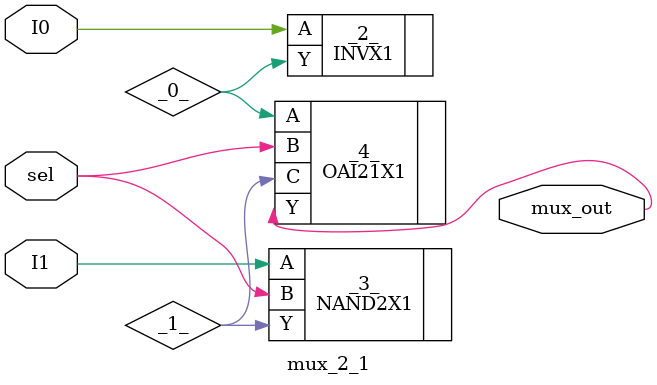
<source format=v>
/* Generated by Yosys 0.9 (git sha1 1979e0b) */

//(* top =  1  *)
//(* src = "../src/combo.v:1" *)
module combo(choice, dec_in, sel, I0, I1, enc_in, mux_out, enc_out, dec_out);
  wire _00_;
  wire _01_;
  wire _02_;
  wire _03_;
  wire _04_;
  wire _05_;
  wire _06_;
  wire _07_;
  wire _08_;
  //(* src = "../src/combo.v:3" *)
  input I0;
  //(* src = "../src/combo.v:3" *)
  input I1;
  //(* src = "../src/combo.v:2" *)
  input [1:0] choice;
  //(* src = "../src/combo.v:11" *)
  wire [3:0] dec;
  //(* src = "../src/combo.v:2" *)
  input [1:0] dec_in;
  //(* src = "../src/combo.v:7" *)
  output [3:0] dec_out;
  //(* src = "../src/combo.v:10" *)
  wire [1:0] enc;
  //(* src = "../src/combo.v:4" *)
  input [3:0] enc_in;
  //(* src = "../src/combo.v:6" *)
  output [1:0] enc_out;
  //(* src = "../src/combo.v:9" *)
  wire mux;
  //(* src = "../src/combo.v:5" *)
  output mux_out;
  //(* src = "../src/combo.v:3" *)
  input sel;
  INVX1 _09_ (
    .A(choice[0]),
    .Y(_00_)
  );
  INVX1 _10_ (
    .A(choice[1]),
    .Y(_01_)
  );
  INVX1 _11_ (
    .A(dec[0]),
    .Y(_02_)
  );
  INVX1 _12_ (
    .A(dec[1]),
    .Y(_03_)
  );
  INVX1 _13_ (
    .A(dec[2]),
    .Y(_04_)
  );
  INVX1 _14_ (
    .A(dec[3]),
    .Y(_05_)
  );
  INVX1 _15_ (
    .A(enc[0]),
    .Y(_06_)
  );
  INVX1 _16_ (
    .A(enc[1]),
    .Y(_07_)
  );
  NOR2X1 _17_ (
    .A(choice[0]),
    .B(choice[1]),
    .Y(_08_)
  );
  AND2X1 _18_ (
    .A(mux),
    .B(_08_),
    .Y(mux_out)
  );
  NOR3X1 _19_ (
    .A(choice[0]),
    .B(_01_),
    .C(_02_),
    .Y(dec_out[0])
  );
  NOR3X1 _20_ (
    .A(choice[0]),
    .B(_01_),
    .C(_03_),
    .Y(dec_out[1])
  );
  NOR3X1 _21_ (
    .A(choice[0]),
    .B(_01_),
    .C(_04_),
    .Y(dec_out[2])
  );
  NOR3X1 _22_ (
    .A(choice[0]),
    .B(_01_),
    .C(_05_),
    .Y(dec_out[3])
  );
  NOR3X1 _23_ (
    .A(_00_),
    .B(choice[1]),
    .C(_06_),
    .Y(enc_out[0])
  );
  NOR3X1 _24_ (
    .A(_00_),
    .B(choice[1]),
    .C(_07_),
    .Y(enc_out[1])
  );
  //(* module_not_derived = 32'd1 *)
  //(* src = "../src/combo.v:25" *)
  decoder DEC (
    .dec_in(dec_in),
    .dec_out(dec)
  );
  //(* module_not_derived = 32'd1 *)
  //(* src = "../src/combo.v:20" *)
  encoder ENC (
    .enc_in(enc_in),
    .enc_out(enc)
  );
  //(* module_not_derived = 32'd1 *)
  //(* src = "../src/combo.v:13" *)
  mux_2_1 MUX (
    .I0(I0),
    .I1(I1),
    .mux_out(mux),
    .sel(sel)
  );
endmodule

//(* src = "../src/decoder.v:1" *)
module decoder(dec_in, dec_out);
  wire _0_;
  wire _1_;
  //(* src = "../src/decoder.v:2" *)
  input [1:0] dec_in;
  //(* src = "../src/decoder.v:3" *)
  output [3:0] dec_out;
  INVX1 _2_ (
    .A(dec_in[1]),
    .Y(_0_)
  );
  INVX1 _3_ (
    .A(dec_in[0]),
    .Y(_1_)
  );
  NOR2X1 _4_ (
    .A(dec_in[1]),
    .B(dec_in[0]),
    .Y(dec_out[0])
  );
  NOR2X1 _5_ (
    .A(dec_in[1]),
    .B(_1_),
    .Y(dec_out[1])
  );
  NOR2X1 _6_ (
    .A(_0_),
    .B(dec_in[0]),
    .Y(dec_out[2])
  );
  NOR2X1 _7_ (
    .A(_0_),
    .B(_1_),
    .Y(dec_out[3])
  );
endmodule

//(* src = "../src/encoder.v:1" *)
module encoder(enc_in, enc_out);
  wire _00_;
  wire _01_;
  wire _02_;
  wire _03_;
  wire _04_;
  wire _05_;
  //(* src = "../src/encoder.v:2" *)
  input [3:0] enc_in;
  //(* src = "../src/encoder.v:3" *)
  output [1:0] enc_out;
  INVX1 _06_ (
    .A(enc_in[2]),
    .Y(_03_)
  );
  NOR2X1 _07_ (
    .A(enc_in[0]),
    .B(enc_in[1]),
    .Y(_04_)
  );
  NAND3X1 _08_ (
    .A(enc_in[3]),
    .B(_03_),
    .C(_04_),
    .Y(_05_)
  );
  NOR2X1 _09_ (
    .A(enc_in[0]),
    .B(enc_in[3]),
    .Y(_00_)
  );
  NAND2X1 _10_ (
    .A(enc_in[1]),
    .B(_00_),
    .Y(_01_)
  );
  OAI21X1 _11_ (
    .A(enc_in[2]),
    .B(_01_),
    .C(_05_),
    .Y(enc_out[0])
  );
  NAND2X1 _12_ (
    .A(enc_in[2]),
    .B(_00_),
    .Y(_02_)
  );
  OAI21X1 _13_ (
    .A(enc_in[1]),
    .B(_02_),
    .C(_05_),
    .Y(enc_out[1])
  );
endmodule

//(* src = "../src/mux_2_1.v:1" *)
module mux_2_1(sel, I0, I1, mux_out);
  wire _0_;
  wire _1_;
  //(* src = "../src/mux_2_1.v:2" *)
  input I0;
  //(* src = "../src/mux_2_1.v:2" *)
  input I1;
  //(* src = "../src/mux_2_1.v:3" *)
  output mux_out;
  //(* src = "../src/mux_2_1.v:2" *)
  input sel;
  INVX1 _2_ (
    .A(I0),
    .Y(_0_)
  );
  NAND2X1 _3_ (
    .A(I1),
    .B(sel),
    .Y(_1_)
  );
  OAI21X1 _4_ (
    .A(_0_),
    .B(sel),
    .C(_1_),
    .Y(mux_out)
  );
endmodule

</source>
